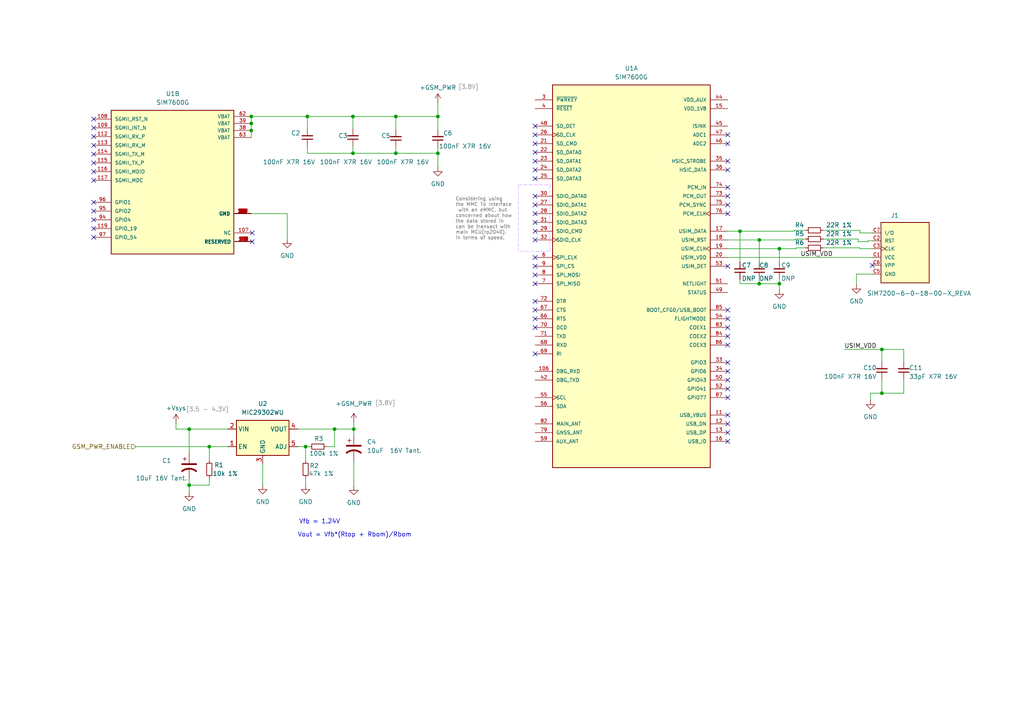
<source format=kicad_sch>
(kicad_sch (version 20231120) (generator "eeschema") (generator_version "8.0")
  (paper "A4")
  (lib_symbols
    (symbol "Device:C_Polarized_US" (pin_numbers hide) (pin_names (offset 0.254) hide)
      (property "Reference" "C" (at 0.635 2.54 0))
      (property "Value" "C_Polarized_US" (at 0.635 -2.54 0))
      (symbol "C_Polarized_US_0_1"
        (polyline (pts (xy -2.032 0.762) (xy 2.032 0.762)) (stroke (width 0.508)))
        (polyline (pts (xy -1.778 2.286) (xy -0.762 2.286)))
        (polyline (pts (xy -1.27 1.778) (xy -1.27 2.794)))
        (arc (start 2.032 -1.27) (mid 0 -0.5572) (end -2.032 -1.27) (stroke (width 0.508)))
      )
      (symbol "C_Polarized_US_1_1"
        (pin passive line (at 0 3.81 270) (length 2.794) (name "~") (number "1"))
        (pin passive line (at 0 -3.81 90) (length 3.302) (name "~") (number "2"))
      )
    )
    (symbol "Device:C_Small" (pin_numbers hide) (pin_names (offset 0.254) hide)
      (property "Reference" "C" (at 0.254 1.778 0))
      (property "Value" "C_Small" (at 0.254 -2.032 0))
      (symbol "C_Small_0_1"
        (polyline (pts (xy -1.524 -0.508) (xy 1.524 -0.508)) (stroke (width 0.3302)))
        (polyline (pts (xy -1.524 0.508) (xy 1.524 0.508)) (stroke (width 0.3048)))
      )
      (symbol "C_Small_1_1"
        (pin passive line (at 0 2.54 270) (length 2.032) (name "~") (number "1"))
        (pin passive line (at 0 -2.54 90) (length 2.032) (name "~") (number "2"))
      )
    )
    (symbol "Device:R_Small" (pin_numbers hide) (pin_names (offset 0.254) hide)
      (property "Reference" "R" (at 0.762 0.508 0))
      (property "Value" "R_Small" (at 0.762 -1.016 0))
      (symbol "R_Small_0_1"
        (rectangle (start -0.762 1.778) (end 0.762 -1.778) (stroke (width 0.2032)))
      )
      (symbol "R_Small_1_1"
        (pin passive line (at 0 2.54 270) (length 0.762) (name "~") (number "1"))
        (pin passive line (at 0 -2.54 90) (length 0.762) (name "~") (number "2"))
      )
    )
    (symbol "Regulator_Linear:MIC29302WU"
      (property "Reference" "U" (at -6.35 6.35 0))
      (property "Value" "MIC29302WU" (at 2.54 6.35 0))
      (symbol "MIC29302WU_1_1"
        (rectangle (start -7.62 5.08) (end 7.62 -5.08) (stroke (width 0.254)) (fill (type background)))
        (pin input line (at -10.16 -2.54 0) (length 2.54) (name "EN") (number "1"))
        (pin power_in line (at -10.16 2.54 0) (length 2.54) (name "VIN") (number "2"))
        (pin power_in line (at 0 -7.62 90) (length 2.54) (name "GND") (number "3"))
        (pin power_out line (at 10.16 2.54 180) (length 2.54) (name "VOUT") (number "4"))
        (pin input line (at 10.16 -2.54 180) (length 2.54) (name "ADJ") (number "5"))
      )
    )
    (symbol "SIM7200-6-0-18-00-X_REVA:SIM7200-6-0-18-00-X_REVA" (pin_names (offset 1.016))
      (property "Reference" "J" (at -7.6242 5.5911 0))
      (property "Value" "SIM7200-6-0-18-00-X_REVA" (at -7.874 -16.002 0))
      (symbol "SIM7200-6-0-18-00-X_REVA_0_0"
        (rectangle (start -7.62 5.08) (end 6.35 -12.446) (stroke (width 0.254)) (fill (type background)))
        (pin power_in line (at -10.16 -5.08 0) (length 2.54) (name "VCC") (number "C1"))
        (pin input line (at -10.16 -0.254 0) (length 2.54) (name "RST") (number "C2"))
        (pin bidirectional clock (at -10.16 -2.54 0) (length 2.54) (name "CLK") (number "C3"))
        (pin power_in line (at -10.16 -9.906 0) (length 2.54) (name "GND") (number "C5"))
        (pin power_in line (at -10.16 -7.366 0) (length 2.54) (name "VPP") (number "C6"))
        (pin bidirectional line (at -10.16 2.032 0) (length 2.54) (name "I/O") (number "C7"))
      )
    )
    (symbol "SIM7600G:SIM7600G" (pin_names (offset 1.016))
      (property "Reference" "U" (at -22.606 54.356 0))
      (property "Value" "SIM7600G" (at -22.86 -60.96 0))
      (symbol "SIM7600G_1_0"
        (rectangle (start -22.86 52.578) (end 22.86 -58.42) (stroke (width 0.254)) (fill (type background)))
        (pin input line (at -27.94 -30.48 0) (length 5.08) (name "DBG_RXD") (number "106"))
        (pin input line (at 27.94 -43.18 180) (length 5.08) (name "USB_VBUS") (number "11"))
        (pin bidirectional line (at 27.94 -45.72 180) (length 5.08) (name "USB_DN") (number "12"))
        (pin bidirectional line (at 27.94 -48.26 180) (length 5.08) (name "USB_DP") (number "13"))
        (pin output line (at 27.94 45.72 180) (length 5.08) (name "VDD_1V8") (number "15"))
        (pin input line (at 27.94 -50.8 180) (length 5.08) (name "USB_ID") (number "16"))
        (pin bidirectional line (at 27.94 10.16 180) (length 5.08) (name "USIM_DATA") (number "17"))
        (pin output line (at 27.94 7.62 180) (length 5.08) (name "USIM_RST") (number "18"))
        (pin output clock (at 27.94 5.08 180) (length 5.08) (name "USIM_CLK") (number "19"))
        (pin output line (at 27.94 2.54 180) (length 5.08) (name "USIM_VDD") (number "20"))
        (pin bidirectional line (at -27.94 35.56 0) (length 5.08) (name "SD_CMD") (number "21"))
        (pin bidirectional line (at -27.94 33.02 0) (length 5.08) (name "SD_DATA0") (number "22"))
        (pin bidirectional line (at -27.94 30.48 0) (length 5.08) (name "SD_DATA1") (number "23"))
        (pin bidirectional line (at -27.94 27.94 0) (length 5.08) (name "SD_DATA2") (number "24"))
        (pin bidirectional line (at -27.94 25.4 0) (length 5.08) (name "SD_DATA3") (number "25"))
        (pin output clock (at -27.94 38.1 0) (length 5.08) (name "SD_CLK") (number "26"))
        (pin bidirectional line (at -27.94 17.78 0) (length 5.08) (name "SDIO_DATA1") (number "27"))
        (pin bidirectional line (at -27.94 15.24 0) (length 5.08) (name "SDIO_DATA2") (number "28"))
        (pin bidirectional line (at -27.94 10.16 0) (length 5.08) (name "SDIO_CMD") (number "29"))
        (pin input line (at -27.94 48.26 0) (length 5.08) (name "~{PWRKEY}") (number "3"))
        (pin bidirectional line (at -27.94 20.32 0) (length 5.08) (name "SDIO_DATA0") (number "30"))
        (pin bidirectional line (at -27.94 12.7 0) (length 5.08) (name "SDIO_DATA3") (number "31"))
        (pin output clock (at -27.94 7.62 0) (length 5.08) (name "SDIO_CLK") (number "32"))
        (pin bidirectional line (at 27.94 -27.94 180) (length 5.08) (name "GPIO3") (number "33"))
        (pin bidirectional line (at 27.94 -30.48 180) (length 5.08) (name "GPIO6") (number "34"))
        (pin bidirectional line (at 27.94 30.48 180) (length 5.08) (name "HSIC_STROBE") (number "35"))
        (pin bidirectional line (at 27.94 27.94 180) (length 5.08) (name "HSIC_DATA") (number "36"))
        (pin input line (at -27.94 45.72 0) (length 5.08) (name "~{RESET}") (number "4"))
        (pin output line (at -27.94 -33.02 0) (length 5.08) (name "DBG_TXD") (number "42"))
        (pin output line (at 27.94 48.26 180) (length 5.08) (name "VDD_AUX") (number "44"))
        (pin input line (at 27.94 40.64 180) (length 5.08) (name "ISINK") (number "45"))
        (pin input line (at 27.94 35.56 180) (length 5.08) (name "ADC2") (number "46"))
        (pin input line (at 27.94 38.1 180) (length 5.08) (name "ADC1") (number "47"))
        (pin input line (at -27.94 40.64 0) (length 5.08) (name "SD_DET") (number "48"))
        (pin output line (at 27.94 -7.62 180) (length 5.08) (name "STATUS") (number "49"))
        (pin bidirectional line (at 27.94 -33.02 180) (length 5.08) (name "GPIO43") (number "50"))
        (pin output line (at 27.94 -5.08 180) (length 5.08) (name "NETLIGHT") (number "51"))
        (pin bidirectional line (at 27.94 -35.56 180) (length 5.08) (name "GPIO41") (number "52"))
        (pin bidirectional line (at 27.94 0 180) (length 5.08) (name "USIM_DET") (number "53"))
        (pin input line (at 27.94 -15.24 180) (length 5.08) (name "FLIGHTMODE") (number "54"))
        (pin output clock (at -27.94 -38.1 0) (length 5.08) (name "SCL") (number "55"))
        (pin bidirectional line (at -27.94 -40.64 0) (length 5.08) (name "SDA") (number "56"))
        (pin input line (at -27.94 -50.8 0) (length 5.08) (name "AUX_ANT") (number "59"))
        (pin output clock (at -27.94 2.54 0) (length 5.08) (name "SPI_CLK") (number "6"))
        (pin output line (at -27.94 -15.24 0) (length 5.08) (name "RTS") (number "66"))
        (pin input line (at -27.94 -12.7 0) (length 5.08) (name "CTS") (number "67"))
        (pin input line (at -27.94 -22.86 0) (length 5.08) (name "RXD") (number "68"))
        (pin output line (at -27.94 -25.4 0) (length 5.08) (name "RI") (number "69"))
        (pin input line (at -27.94 -5.08 0) (length 5.08) (name "SPI_MISO") (number "7"))
        (pin output line (at -27.94 -17.78 0) (length 5.08) (name "DCD") (number "70"))
        (pin output line (at -27.94 -20.32 0) (length 5.08) (name "TXD") (number "71"))
        (pin input line (at -27.94 -10.16 0) (length 5.08) (name "DTR") (number "72"))
        (pin output line (at 27.94 20.32 180) (length 5.08) (name "PCM_OUT") (number "73"))
        (pin input line (at 27.94 22.86 180) (length 5.08) (name "PCM_IN") (number "74"))
        (pin bidirectional line (at 27.94 17.78 180) (length 5.08) (name "PCM_SYNC") (number "75"))
        (pin bidirectional clock (at 27.94 15.24 180) (length 5.08) (name "PCM_CLK") (number "76"))
        (pin input line (at -27.94 -48.26 0) (length 5.08) (name "GNSS_ANT") (number "79"))
        (pin output line (at -27.94 -2.54 0) (length 5.08) (name "SPI_MOSI") (number "8"))
        (pin bidirectional line (at -27.94 -45.72 0) (length 5.08) (name "MAIN_ANT") (number "82"))
        (pin bidirectional line (at 27.94 -17.78 180) (length 5.08) (name "COEX1") (number "83"))
        (pin bidirectional line (at 27.94 -20.32 180) (length 5.08) (name "COEX2") (number "84"))
        (pin input line (at 27.94 -12.7 180) (length 5.08) (name "BOOT_CFG0/USB_BOOT") (number "85"))
        (pin bidirectional line (at 27.94 -22.86 180) (length 5.08) (name "COEX3") (number "86"))
        (pin bidirectional line (at 27.94 -38.1 180) (length 5.08) (name "GPIO77") (number "87"))
        (pin output line (at -27.94 0 0) (length 5.08) (name "SPI_CS") (number "9"))
      )
      (symbol "SIM7600G_2_0"
        (rectangle (start -17.78 12.7) (end 17.78 -28.956) (stroke (width 0.254)) (fill (type background)))
        (pin power_in line (at 22.86 -17.272 180) (length 5.08) (name "GND") (number "1"))
        (pin power_in line (at 22.86 -17.272 180) (length 5.08) (name "GND") (number "10"))
        (pin passive line (at 23.114 -25.4 180) (length 5.08) (name "RESERVED") (number "100"))
        (pin passive line (at 23.114 -25.4 180) (length 5.08) (name "RESERVED") (number "101"))
        (pin passive line (at 23.114 -25.4 180) (length 5.08) (name "RESERVED") (number "102"))
        (pin passive line (at 23.114 -25.4 180) (length 5.08) (name "RESERVED") (number "103"))
        (pin passive line (at 23.114 -25.4 180) (length 5.08) (name "RESERVED") (number "104"))
        (pin passive line (at 23.114 -25.4 180) (length 5.08) (name "RESERVED") (number "105"))
        (pin passive line (at 23.114 -22.86 180) (length 5.08) (name "NC") (number "107"))
        (pin bidirectional line (at -22.86 10.16 0) (length 5.08) (name "SGMII_RST_N") (number "108"))
        (pin bidirectional line (at -22.86 7.62 0) (length 5.08) (name "SGMII_INT_N") (number "109"))
        (pin power_in line (at 22.86 -17.272 180) (length 5.08) (name "GND") (number "110"))
        (pin passive line (at 23.114 -25.4 180) (length 5.08) (name "RESERVED") (number "111"))
        (pin bidirectional line (at -22.86 5.08 0) (length 5.08) (name "SGMII_RX_P") (number "112"))
        (pin bidirectional line (at -22.86 2.54 0) (length 5.08) (name "SGMII_RX_M") (number "113"))
        (pin bidirectional line (at -22.86 0 0) (length 5.08) (name "SGMII_TX_M") (number "114"))
        (pin bidirectional line (at -22.86 -2.54 0) (length 5.08) (name "SGMII_TX_P") (number "115"))
        (pin bidirectional line (at -22.86 -5.08 0) (length 5.08) (name "SGMII_MDIO") (number "116"))
        (pin bidirectional line (at -22.86 -7.62 0) (length 5.08) (name "SGMII_MDC") (number "117"))
        (pin power_in line (at 22.86 -17.272 180) (length 5.08) (name "GND") (number "118"))
        (pin bidirectional line (at -22.86 -21.59 0) (length 5.08) (name "GPIO_19") (number "119"))
        (pin power_in line (at 22.86 -17.272 180) (length 5.08) (name "GND") (number "120"))
        (pin power_in line (at 22.86 -17.272 180) (length 5.08) (name "GND") (number "121"))
        (pin power_in line (at 22.86 -17.272 180) (length 5.08) (name "GND") (number "122"))
        (pin power_in line (at 22.86 -17.272 180) (length 5.08) (name "GND") (number "123"))
        (pin power_in line (at 22.86 -17.272 180) (length 5.08) (name "GND") (number "124"))
        (pin power_in line (at 22.86 -17.272 180) (length 5.08) (name "GND") (number "125"))
        (pin power_in line (at 22.86 -17.272 180) (length 5.08) (name "GND") (number "126"))
        (pin power_in line (at 22.86 -17.272 180) (length 5.08) (name "GND") (number "127"))
        (pin power_in line (at 22.86 -17.272 180) (length 5.08) (name "GND") (number "128"))
        (pin power_in line (at 22.86 -17.272 180) (length 5.08) (name "GND") (number "129"))
        (pin power_in line (at 22.86 -17.272 180) (length 5.08) (name "GND") (number "130"))
        (pin power_in line (at 22.86 -17.272 180) (length 5.08) (name "GND") (number "131"))
        (pin power_in line (at 22.86 -17.272 180) (length 5.08) (name "GND") (number "132"))
        (pin power_in line (at 22.86 -17.272 180) (length 5.08) (name "GND") (number "133"))
        (pin power_in line (at 22.86 -17.272 180) (length 5.08) (name "GND") (number "134"))
        (pin power_in line (at 22.86 -17.272 180) (length 5.08) (name "GND") (number "135"))
        (pin power_in line (at 22.86 -17.272 180) (length 5.08) (name "GND") (number "14"))
        (pin power_in line (at 22.86 -17.272 180) (length 5.08) (name "GND") (number "2"))
        (pin power_in line (at 22.86 -17.272 180) (length 5.08) (name "GND") (number "37"))
        (pin power_in line (at 22.86 6.858 180) (length 5.08) (name "VBAT") (number "38"))
        (pin power_in line (at 22.86 8.89 180) (length 5.08) (name "VBAT") (number "39"))
        (pin power_in line (at 22.86 -17.272 180) (length 5.08) (name "GND") (number "40"))
        (pin power_in line (at 22.86 -17.272 180) (length 5.08) (name "GND") (number "41"))
        (pin power_in line (at 22.86 -17.272 180) (length 5.08) (name "GND") (number "43"))
        (pin power_in line (at 22.86 -17.272 180) (length 5.08) (name "GND") (number "5"))
        (pin power_in line (at 22.86 -17.272 180) (length 5.08) (name "GND") (number "57"))
        (pin power_in line (at 22.86 -17.272 180) (length 5.08) (name "GND") (number "58"))
        (pin power_in line (at 22.86 -17.272 180) (length 5.08) (name "GND") (number "60"))
        (pin power_in line (at 22.86 -17.272 180) (length 5.08) (name "GND") (number "61"))
        (pin power_in line (at 22.86 10.922 180) (length 5.08) (name "VBAT") (number "62"))
        (pin power_in line (at 22.86 4.826 180) (length 5.08) (name "VBAT") (number "63"))
        (pin power_in line (at 22.86 -17.272 180) (length 5.08) (name "GND") (number "64"))
        (pin power_in line (at 22.86 -17.272 180) (length 5.08) (name "GND") (number "65"))
        (pin power_in line (at 22.86 -17.272 180) (length 5.08) (name "GND") (number "77"))
        (pin power_in line (at 22.86 -17.272 180) (length 5.08) (name "GND") (number "78"))
        (pin power_in line (at 22.86 -17.272 180) (length 5.08) (name "GND") (number "80"))
        (pin power_in line (at 22.86 -17.272 180) (length 5.08) (name "GND") (number "81"))
        (pin passive line (at 23.114 -25.4 180) (length 5.08) (name "RESERVED") (number "88"))
        (pin passive line (at 23.114 -25.4 180) (length 5.08) (name "RESERVED") (number "89"))
        (pin passive line (at 23.114 -25.4 180) (length 5.08) (name "RESERVED") (number "90"))
        (pin passive line (at 23.114 -25.4 180) (length 5.08) (name "RESERVED") (number "91"))
        (pin passive line (at 23.114 -25.4 180) (length 5.08) (name "RESERVED") (number "92"))
        (pin power_in line (at 22.86 -17.272 180) (length 5.08) (name "GND") (number "93"))
        (pin bidirectional line (at -22.86 -19.05 0) (length 5.08) (name "GPIO4") (number "94"))
        (pin bidirectional line (at -22.86 -16.51 0) (length 5.08) (name "GPIO2") (number "95"))
        (pin bidirectional line (at -22.86 -13.97 0) (length 5.08) (name "GPIO1") (number "96"))
        (pin bidirectional line (at -22.86 -24.13 0) (length 5.08) (name "GPIO_54") (number "97"))
        (pin power_in line (at 22.86 -17.272 180) (length 5.08) (name "GND") (number "98"))
        (pin passive line (at 23.114 -25.4 180) (length 5.08) (name "RESERVED") (number "99"))
      )
    )
    (symbol "power:GND" (power) (pin_numbers hide) (pin_names (offset 0) hide)
      (property "Value" "GND" (at 0 -3.81 0))
      (symbol "GND_0_1"
        (polyline (pts (xy 0 0) (xy 0 -1.27) (xy 1.27 -1.27) (xy 0 -2.54) (xy -1.27 -1.27) (xy 0 -1.27)))
      )
      (symbol "GND_1_1"
        (pin power_in line (at 0 0 270) (length 0) (name "~") (number "1"))
      )
    )
    (symbol "power:VCC" (power) (pin_numbers hide) (pin_names (offset 0) hide)
      (property "Value" "VCC" (at 0 3.556 0))
      (symbol "VCC_0_1"
        (polyline (pts (xy -0.762 1.27) (xy 0 2.54)))
        (polyline (pts (xy 0 0) (xy 0 2.54)))
        (polyline (pts (xy 0 2.54) (xy 0.762 1.27)))
      )
      (symbol "VCC_1_1"
        (pin power_in line (at 0 0 90) (length 0) (name "~") (number "1"))
      )
    )
  )
  (junction (at 102.616 124.46))
  (junction (at 127 44.45))
  (junction (at 60.706 129.54))
  (junction (at 255.778 101.346))
  (junction (at 214.63 67.056))
  (junction (at 226.06 82.296))
  (junction (at 54.864 124.46))
  (junction (at 97.028 124.46))
  (junction (at 72.898 33.782))
  (junction (at 114.808 33.782))
  (junction (at 255.778 114.046))
  (junction (at 54.864 140.716))
  (junction (at 114.808 44.45))
  (junction (at 89.154 33.782))
  (junction (at 127 33.782))
  (junction (at 220.218 69.596))
  (junction (at 72.898 35.814))
  (junction (at 226.06 72.136))
  (junction (at 102.362 33.782))
  (junction (at 88.646 129.54))
  (junction (at 102.362 44.45))
  (junction (at 220.218 82.296))
  (junction (at 72.898 37.846))
  (no_connect (at 155.194 61.976))
  (no_connect (at 155.194 44.196))
  (no_connect (at 155.194 77.216))
  (no_connect (at 27.178 66.294))
  (no_connect (at 211.074 92.456))
  (no_connect (at 211.074 100.076))
  (no_connect (at 27.178 44.704))
  (no_connect (at 27.178 37.084))
  (no_connect (at 27.178 52.324))
  (no_connect (at 155.194 39.116))
  (no_connect (at 155.194 87.376))
  (no_connect (at 211.074 41.656))
  (no_connect (at 155.194 49.276))
  (no_connect (at 73.152 70.104))
  (no_connect (at 211.074 128.016))
  (no_connect (at 211.074 112.776))
  (no_connect (at 211.074 122.936))
  (no_connect (at 211.074 97.536))
  (no_connect (at 27.178 39.624))
  (no_connect (at 211.074 125.476))
  (no_connect (at 252.984 76.962))
  (no_connect (at 211.074 105.156))
  (no_connect (at 27.178 49.784))
  (no_connect (at 155.194 59.436))
  (no_connect (at 27.178 34.544))
  (no_connect (at 211.074 59.436))
  (no_connect (at 155.194 92.456))
  (no_connect (at 211.074 120.396))
  (no_connect (at 155.194 56.896))
  (no_connect (at 27.178 42.164))
  (no_connect (at 155.194 51.816))
  (no_connect (at 155.194 46.736))
  (no_connect (at 211.074 56.896))
  (no_connect (at 155.194 94.996))
  (no_connect (at 155.194 82.296))
  (no_connect (at 211.074 39.116))
  (no_connect (at 155.194 41.656))
  (no_connect (at 211.074 107.696))
  (no_connect (at 155.194 64.516))
  (no_connect (at 155.194 67.056))
  (no_connect (at 155.194 89.916))
  (no_connect (at 211.074 61.976))
  (no_connect (at 73.152 67.564))
  (no_connect (at 211.074 49.276))
  (no_connect (at 211.074 89.916))
  (no_connect (at 155.194 102.616))
  (no_connect (at 155.194 74.676))
  (no_connect (at 27.178 63.754))
  (no_connect (at 155.194 79.756))
  (no_connect (at 27.178 58.674))
  (no_connect (at 211.074 46.736))
  (no_connect (at 211.074 110.236))
  (no_connect (at 211.074 115.316))
  (no_connect (at 27.178 68.834))
  (no_connect (at 27.178 61.214))
  (no_connect (at 211.074 54.356))
  (no_connect (at 211.074 77.216))
  (no_connect (at 27.178 47.244))
  (no_connect (at 155.194 36.576))
  (no_connect (at 211.074 94.996))
  (no_connect (at 155.194 69.596))
  (wire (pts (xy 72.898 33.782) (xy 72.898 35.814)))
  (wire (pts (xy 89.154 33.782) (xy 89.154 37.338)))
  (wire (pts (xy 248.92 70.104) (xy 248.92 69.342)))
  (wire (pts (xy 102.616 124.46) (xy 102.616 126.238)))
  (wire (pts (xy 233.68 71.882) (xy 230.886 71.882)))
  (wire (pts (xy 220.218 81.026) (xy 220.218 82.296)))
  (wire (pts (xy 89.154 42.418) (xy 89.154 44.45)))
  (wire (pts (xy 88.646 138.684) (xy 88.646 140.716)))
  (wire (pts (xy 54.864 142.748) (xy 54.864 140.716)))
  (wire (pts (xy 60.706 129.54) (xy 60.706 133.604)))
  (wire (pts (xy 102.362 33.782) (xy 102.362 37.338)))
  (wire (pts (xy 97.028 129.54) (xy 97.028 124.46)))
  (wire (pts (xy 226.06 84.074) (xy 226.06 82.296)))
  (wire (pts (xy 214.63 67.056) (xy 230.378 67.056)))
  (wire (pts (xy 262.128 101.346) (xy 262.128 104.902)))
  (wire (pts (xy 214.63 67.056) (xy 211.074 67.056)))
  (wire (pts (xy 72.898 61.976) (xy 83.312 61.976)))
  (wire (pts (xy 233.68 69.342) (xy 230.632 69.342)))
  (wire (pts (xy 249.428 72.136) (xy 252.984 72.136)))
  (wire (pts (xy 251.714 69.85) (xy 251.714 70.104)))
  (wire (pts (xy 249.428 67.564) (xy 252.984 67.564)))
  (wire (pts (xy 214.63 82.296) (xy 220.218 82.296)))
  (wire (pts (xy 238.76 71.882) (xy 249.428 71.882)))
  (wire (pts (xy 114.808 33.782) (xy 127 33.782)))
  (wire (pts (xy 89.662 129.54) (xy 88.646 129.54)))
  (wire (pts (xy 66.04 124.46) (xy 54.864 124.46)))
  (wire (pts (xy 127 42.672) (xy 127 44.45)))
  (wire (pts (xy 211.074 74.676) (xy 252.984 74.676)))
  (wire (pts (xy 226.06 75.946) (xy 226.06 72.136)))
  (wire (pts (xy 230.632 69.342) (xy 230.632 69.596)))
  (wire (pts (xy 214.63 81.026) (xy 214.63 82.296)))
  (wire (pts (xy 244.856 101.346) (xy 255.778 101.346)))
  (wire (pts (xy 88.646 129.54) (xy 88.646 133.604)))
  (wire (pts (xy 249.428 72.136) (xy 249.428 71.882)))
  (wire (pts (xy 262.128 114.046) (xy 262.128 109.982)))
  (wire (pts (xy 226.06 82.296) (xy 226.06 81.026)))
  (wire (pts (xy 86.36 124.46) (xy 97.028 124.46)))
  (wire (pts (xy 248.412 79.502) (xy 252.984 79.502)))
  (wire (pts (xy 94.742 129.54) (xy 97.028 129.54)))
  (wire (pts (xy 102.362 33.782) (xy 114.808 33.782)))
  (wire (pts (xy 114.808 44.45) (xy 127 44.45)))
  (wire (pts (xy 233.68 66.802) (xy 230.378 66.802)))
  (wire (pts (xy 220.218 69.596) (xy 230.632 69.596)))
  (wire (pts (xy 72.898 33.782) (xy 89.154 33.782)))
  (wire (pts (xy 83.312 61.976) (xy 83.312 69.342)))
  (wire (pts (xy 88.646 129.54) (xy 86.36 129.54)))
  (wire (pts (xy 252.476 116.078) (xy 252.476 114.046)))
  (wire (pts (xy 51.054 124.46) (xy 51.054 122.682)))
  (wire (pts (xy 60.706 138.684) (xy 60.706 140.716)))
  (wire (pts (xy 102.616 133.858) (xy 102.616 140.97)))
  (wire (pts (xy 54.864 124.46) (xy 54.864 131.572)))
  (wire (pts (xy 72.898 37.846) (xy 72.898 39.878)))
  (wire (pts (xy 214.63 67.056) (xy 214.63 75.946)))
  (wire (pts (xy 248.92 70.104) (xy 251.714 70.104)))
  (wire (pts (xy 255.778 109.982) (xy 255.778 114.046)))
  (wire (pts (xy 127 44.45) (xy 127 48.514)))
  (wire (pts (xy 255.778 104.902) (xy 255.778 101.346)))
  (wire (pts (xy 89.154 44.45) (xy 102.362 44.45)))
  (wire (pts (xy 255.778 101.346) (xy 262.128 101.346)))
  (wire (pts (xy 54.864 140.716) (xy 54.864 139.192)))
  (wire (pts (xy 102.362 42.418) (xy 102.362 44.45)))
  (wire (pts (xy 102.616 122.428) (xy 102.616 124.46)))
  (wire (pts (xy 248.412 82.55) (xy 248.412 79.502)))
  (wire (pts (xy 249.428 67.564) (xy 249.428 66.802)))
  (wire (pts (xy 248.92 69.342) (xy 238.76 69.342)))
  (wire (pts (xy 255.778 114.046) (xy 262.128 114.046)))
  (wire (pts (xy 72.898 35.814) (xy 72.898 37.846)))
  (wire (pts (xy 249.428 66.802) (xy 238.76 66.802)))
  (wire (pts (xy 102.362 44.45) (xy 114.808 44.45)))
  (wire (pts (xy 127 29.718) (xy 127 33.782)))
  (wire (pts (xy 220.218 69.596) (xy 220.218 75.946)))
  (wire (pts (xy 54.864 140.716) (xy 60.706 140.716)))
  (wire (pts (xy 127 33.782) (xy 127 37.592)))
  (wire (pts (xy 251.714 69.85) (xy 252.984 69.85)))
  (wire (pts (xy 114.808 33.782) (xy 114.808 37.592)))
  (wire (pts (xy 39.37 129.54) (xy 60.706 129.54)))
  (wire (pts (xy 220.218 69.596) (xy 211.074 69.596)))
  (wire (pts (xy 211.074 72.136) (xy 226.06 72.136)))
  (wire (pts (xy 230.886 71.882) (xy 230.886 72.136)))
  (wire (pts (xy 97.028 124.46) (xy 102.616 124.46)))
  (wire (pts (xy 226.06 72.136) (xy 230.886 72.136)))
  (wire (pts (xy 89.154 33.782) (xy 102.362 33.782)))
  (wire (pts (xy 76.2 134.62) (xy 76.2 140.716)))
  (wire (pts (xy 230.378 66.802) (xy 230.378 67.056)))
  (wire (pts (xy 252.476 114.046) (xy 255.778 114.046)))
  (wire (pts (xy 51.054 124.46) (xy 54.864 124.46)))
  (wire (pts (xy 114.808 42.672) (xy 114.808 44.45)))
  (wire (pts (xy 60.706 129.54) (xy 66.04 129.54)))
  (wire (pts (xy 220.218 82.296) (xy 226.06 82.296)))
  (rectangle (start 150.368 53.594) (end 159.512 72.898) (stroke (width 0.1) (type dash) (color 206 122 255 1)))
  (text "Considering using \nthe MMC To Interface\n with an eMMC, but \nconcerned about how \nthe data stored in \ncan be transact with \nmain MCU(rp2040), \nin terms of speed." (at 132.08 63.5 0) (effects (font (size 1 1)) (justify left)))
  (text "[3.8V]" (at 111.76 117.094 0) (effects (font (size 1.27 1.27))))
  (text "Vfb = 1.24V" (at 92.71 151.384 0) (effects (font (size 1.27 1.27))))
  (text "[3.5 - 4.3V]" (at 60.1664 118.9239 0) (effects (font (size 1.27 1.27))))
  (text "Vout = Vfb*(Rtop + Rbom)/Rbom\n" (at 102.87 155.194 0) (effects (font (size 1.27 1.27))))
  (text "[3.8V]" (at 135.89 25.4 0) (effects (font (size 1.27 1.27))))
  (label "USIM_VDD" (at 244.856 101.346 0))
  (label "USIM_VDD" (at 232.156 74.676 0))
  (hierarchical_label "GSM_PWR_ENABLE" (shape input) (at 39.37 129.54 180))
  (symbol (lib_id "power:VCC") (at 127 29.718 0) (unit 1)
    (property "Reference" "#PWR08" (effects (hide yes)))
    (property "Value" "+GSM_PWR" (at 127 25.4 0))
    (property "Description" "Power symbol creates a global label with name \"VCC\"" (effects (hide yes)))
  )
  (symbol (lib_id "Device:R_Small") (at 88.646 136.144 180) (unit 1)
    (property "Reference" "R2" (at 91.1286 135.0966 0))
    (property "Value" "47k 1%" (at 93.145 137.3582 0))
    (property "Description" "Resistor, small symbol" (effects (hide yes)))
  )
  (symbol (lib_id "Device:R_Small") (at 60.706 136.144 180) (unit 1)
    (property "Reference" "R1" (at 63.5 134.874 0))
    (property "Value" "10k 1%" (at 65.3255 137.3582 0))
    (property "Description" "Resistor, small symbol" (effects (hide yes)))
  )
  (symbol (lib_id "SIM7600G:SIM7600G") (at 50.038 44.704 0) (unit 2)
    (property "Reference" "U1" (at 50.1015 27.178 0))
    (property "Value" "SIM7600G" (at 50.1015 29.718 0))
    (property "Footprint" "SIM7600G:IC_SIM7600G" (effects (hide yes)))
    (property "Description" "LTE Cat-4 Module" (effects (hide yes)))
    (property "MF" "Simcom" (effects (hide yes)))
    (property "PACKAGE" "Package Analog Devices" (effects (hide yes)))
    (property "PRICE" "None" (effects (hide yes)))
    (property "Package" "Package" (effects (hide yes)))
    (property "Check_prices" "https://www.snapeda.com/parts/SIM7600G/SIMcom+Wireless+solutions+Co.%252CLtd/view-part/?ref=eda" (effects (hide yes)))
    (property "Price" "None" (effects (hide yes)))
    (property "SnapEDA_Link" "https://www.snapeda.com/parts/SIM7600G/SIMcom+Wireless+solutions+Co.%252CLtd/view-part/?ref=snap" (effects (hide yes)))
    (property "MP" "SIM7600G" (effects (hide yes)))
    (property "Availability" "Not in stock" (effects (hide yes)))
    (property "AVAILABILITY" "Unavailable" (effects (hide yes)))
    (property "Description_1" "\nCellular EDGE, GPRS, GSM, HSPA+, LTE Transceiver Module 850MHz, 900MHz, 1.8GHz, 1.9GHz Antenna Not Included Surface Mount\n" (effects (hide yes)))
  )
  (symbol (lib_id "power:GND") (at 88.646 140.716 0) (unit 1)
    (property "Reference" "#PWR05" (effects (hide yes)))
    (property "Value" "GND" (at 88.646 145.542 0))
    (property "Description" "Power symbol creates a global label with name \"GND\" , ground" (effects (hide yes)))
  )
  (symbol (lib_id "Device:C_Small") (at 255.778 107.442 0) (mirror x) (unit 1)
    (property "Reference" "C10" (at 254.254 106.68 0) (effects (justify right)))
    (property "Value" "100nF X7R 16V" (at 254.254 109.22 0) (effects (justify right)))
    (property "Description" "Unpolarized capacitor, small symbol" (effects (hide yes)))
  )
  (symbol (lib_id "Device:C_Small") (at 102.362 39.878 0) (mirror x) (unit 1)
    (property "Reference" "C3" (at 100.838 39.37 0) (effects (justify right)))
    (property "Value" "100nF X7R 16V" (at 107.95 46.99 0) (effects (justify right)))
    (property "Description" "Unpolarized capacitor, small symbol" (effects (hide yes)))
  )
  (symbol (lib_id "Device:R_Small") (at 236.22 69.342 90) (unit 1)
    (property "Reference" "R5" (at 231.902 67.818 90))
    (property "Value" "22R 1%" (at 243.332 67.818 90))
    (property "Description" "Resistor, small symbol" (effects (hide yes)))
  )
  (symbol (lib_id "power:GND") (at 76.2 140.716 0) (unit 1)
    (property "Reference" "#PWR03" (effects (hide yes)))
    (property "Value" "GND" (at 76.2 145.542 0))
    (property "Description" "Power symbol creates a global label with name \"GND\" , ground" (effects (hide yes)))
  )
  (symbol (lib_id "SIM7600G:SIM7600G") (at 183.134 77.216 0) (unit 1)
    (property "Reference" "U1" (at 183.134 19.812 0))
    (property "Value" "SIM7600G" (at 183.134 22.352 0))
    (property "Footprint" "SIM7600G:IC_SIM7600G" (effects (hide yes)))
    (property "Description" "LTE Cat-4 Module" (effects (hide yes)))
    (property "MF" "Simcom" (effects (hide yes)))
    (property "PACKAGE" "Package Analog Devices" (effects (hide yes)))
    (property "PRICE" "None" (effects (hide yes)))
    (property "Package" "Package" (effects (hide yes)))
    (property "Check_prices" "https://www.snapeda.com/parts/SIM7600G/SIMcom+Wireless+solutions+Co.%252CLtd/view-part/?ref=eda" (effects (hide yes)))
    (property "Price" "None" (effects (hide yes)))
    (property "SnapEDA_Link" "https://www.snapeda.com/parts/SIM7600G/SIMcom+Wireless+solutions+Co.%252CLtd/view-part/?ref=snap" (effects (hide yes)))
    (property "MP" "SIM7600G" (effects (hide yes)))
    (property "Availability" "Not in stock" (effects (hide yes)))
    (property "AVAILABILITY" "Unavailable" (effects (hide yes)))
    (property "Description_1" "\nCellular EDGE, GPRS, GSM, HSPA+, LTE Transceiver Module 850MHz, 900MHz, 1.8GHz, 1.9GHz Antenna Not Included Surface Mount\n" (effects (hide yes)))
  )
  (symbol (lib_id "power:GND") (at 54.864 142.748 0) (unit 1)
    (property "Reference" "#PWR02" (effects (hide yes)))
    (property "Value" "GND" (at 54.864 147.574 0))
    (property "Description" "Power symbol creates a global label with name \"GND\" , ground" (effects (hide yes)))
  )
  (symbol (lib_id "Device:R_Small") (at 236.22 66.802 90) (unit 1)
    (property "Reference" "R4" (at 231.902 65.278 90))
    (property "Value" "22R 1%" (at 243.332 65.278 90))
    (property "Description" "Resistor, small symbol" (effects (hide yes)))
  )
  (symbol (lib_id "Regulator_Linear:MIC29302WU") (at 76.2 127 0) (unit 1)
    (property "Reference" "U2" (at 76.2 117.094 0))
    (property "Value" "MIC29302WU" (at 76.2 119.634 0))
    (property "Footprint" "Package_TO_SOT_SMD:TO-263-5_TabPin3" (effects (hide yes)))
    (property "Datasheet" "http://ww1.microchip.com/downloads/en/devicedoc/20005685a.pdf" (effects (hide yes)))
    (property "Description" "3A low dropout linear regulator, adjustable output, TO-263" (effects (hide yes)))
  )
  (symbol (lib_id "Device:C_Small") (at 114.808 40.132 0) (mirror x) (unit 1)
    (property "Reference" "C5" (at 113.284 39.37 0) (effects (justify right)))
    (property "Value" "100nF X7R 16V" (at 124.46 46.99 0) (effects (justify right)))
    (property "Description" "Unpolarized capacitor, small symbol" (effects (hide yes)))
  )
  (symbol (lib_id "power:VCC") (at 51.054 122.682 0) (unit 1)
    (property "Reference" "#PWR01" (effects (hide yes)))
    (property "Value" "+Vsys" (at 51.054 118.364 0))
    (property "Description" "Power symbol creates a global label with name \"VCC\"" (effects (hide yes)))
  )
  (symbol (lib_id "power:GND") (at 127 48.514 0) (unit 1)
    (property "Reference" "#PWR09" (effects (hide yes)))
    (property "Value" "GND" (at 127 53.34 0))
    (property "Description" "Power symbol creates a global label with name \"GND\" , ground" (effects (hide yes)))
  )
  (symbol (lib_id "Device:C_Small") (at 226.06 78.486 180) (unit 1)
    (property "Reference" "C9" (at 226.568 76.962 0) (effects (justify right)))
    (property "Value" "DNP" (at 226.568 80.772 0) (effects (justify right)))
    (property "Description" "Unpolarized capacitor, small symbol" (effects (hide yes)))
  )
  (symbol (lib_id "Device:C_Small") (at 127 40.132 180) (unit 1)
    (property "Reference" "C6" (at 128.524 38.608 0) (effects (justify right)))
    (property "Value" "100nF X7R 16V" (at 127.254 42.418 0) (effects (justify right)))
    (property "Description" "Unpolarized capacitor, small symbol" (effects (hide yes)))
  )
  (symbol (lib_id "Device:C_Small") (at 89.154 39.878 0) (mirror x) (unit 1)
    (property "Reference" "C2" (at 87.122 38.6015 0) (effects (justify right)))
    (property "Value" "100nF X7R 16V" (at 91.44 46.99 0) (effects (justify right)))
    (property "Description" "Unpolarized capacitor, small symbol" (effects (hide yes)))
  )
  (symbol (lib_id "power:VCC") (at 102.616 122.428 0) (unit 1)
    (property "Reference" "#PWR06" (effects (hide yes)))
    (property "Value" "+GSM_PWR" (at 102.616 117.094 0))
    (property "Description" "Power symbol creates a global label with name \"VCC\"" (effects (hide yes)))
  )
  (symbol (lib_id "Device:C_Small") (at 220.218 78.486 180) (unit 1)
    (property "Reference" "C8" (at 220.218 76.962 0) (effects (justify right)))
    (property "Value" "DNP" (at 220.218 80.772 0) (effects (justify right)))
    (property "Description" "Unpolarized capacitor, small symbol" (effects (hide yes)))
  )
  (symbol (lib_id "Device:C_Polarized_US") (at 102.616 130.048 0) (unit 1)
    (property "Reference" "C4" (at 106.426 128.1429 0) (effects (justify left)))
    (property "Value" "10uF  16V Tant." (at 106.426 130.6829 0) (effects (justify left)))
    (property "Description" "Polarized capacitor, US symbol" (effects (hide yes)))
  )
  (symbol (lib_id "power:GND") (at 248.412 82.55 0) (unit 1)
    (property "Reference" "#PWR011" (effects (hide yes)))
    (property "Value" "GND" (at 248.412 87.376 0))
    (property "Description" "Power symbol creates a global label with name \"GND\" , ground" (effects (hide yes)))
  )
  (symbol (lib_id "Device:R_Small") (at 92.202 129.54 270) (unit 1)
    (property "Reference" "R3" (at 92.456 127.254 90))
    (property "Value" "100k 1%" (at 93.9352 131.5272 90))
    (property "Description" "Resistor, small symbol" (effects (hide yes)))
  )
  (symbol (lib_id "Device:C_Small") (at 262.128 107.442 180) (unit 1)
    (property "Reference" "C11" (at 263.652 106.68 0) (effects (justify right)))
    (property "Value" "33pF X7R 16V" (at 263.652 109.22 0) (effects (justify right)))
    (property "Description" "Unpolarized capacitor, small symbol" (effects (hide yes)))
  )
  (symbol (lib_id "Device:C_Polarized_US") (at 54.864 135.382 0) (unit 1)
    (property "Reference" "C1" (at 46.99 133.604 0) (effects (justify left)))
    (property "Value" "10uF 16V Tant." (at 39.37 138.684 0) (effects (justify left)))
    (property "Description" "Polarized capacitor, US symbol" (effects (hide yes)))
  )
  (symbol (lib_id "Device:C_Small") (at 214.63 78.486 180) (unit 1)
    (property "Reference" "C7" (at 215.138 76.962 0) (effects (justify right)))
    (property "Value" "DNP" (at 215.138 80.772 0) (effects (justify right)))
    (property "Description" "Unpolarized capacitor, small symbol" (effects (hide yes)))
  )
  (symbol (lib_id "SIM7200-6-0-18-00-X_REVA:SIM7200-6-0-18-00-X_REVA") (at 263.144 69.596 0) (unit 1)
    (property "Reference" "J1" (at 258.318 62.484 0) (effects (justify left)))
    (property "Value" "SIM7200-6-0-18-00-X_REVA" (at 251.46 85.09 0) (effects (justify left)))
    (property "Footprint" "SIM7200-6-0-18-00-X_REVA:GCT_SIM7200-6-0-18-00-X_REVA" (effects (hide yes)))
    (property "MF" "Global Connector Technology" (effects (hide yes)))
    (property "Description_1" "\n6 Position Card Connector Micro SIM Surface Mount, Right Angle Gold\n" (effects (hide yes)))
    (property "Package" "None" (effects (hide yes)))
    (property "Price" "None" (effects (hide yes)))
    (property "Check_prices" "https://www.snapeda.com/parts/SIM7200-6-0-18-00-A/Global+Connector+Technology/view-part/?ref=eda" (effects (hide yes)))
    (property "SnapEDA_Link" "https://www.snapeda.com/parts/SIM7200-6-0-18-00-A/Global+Connector+Technology/view-part/?ref=snap" (effects (hide yes)))
    (property "MP" "SIM7200-6-0-18-00-A" (effects (hide yes)))
    (property "Purchase-URL" "https://www.snapeda.com/api/url_track_click_mouser/?unipart_id=812977&manufacturer=Global Connector Technology&part_name=SIM7200-6-0-18-00-A&search_term=None" (effects (hide yes)))
    (property "Availability" "In Stock" (effects (hide yes)))
    (property "MANUFACTURER" "GCT" (effects (hide yes)))
  )
  (symbol (lib_id "power:GND") (at 102.616 140.97 0) (unit 1)
    (property "Reference" "#PWR07" (effects (hide yes)))
    (property "Value" "GND" (at 102.616 145.796 0))
    (property "Description" "Power symbol creates a global label with name \"GND\" , ground" (effects (hide yes)))
  )
  (symbol (lib_id "power:GND") (at 83.312 69.342 0) (unit 1)
    (property "Reference" "#PWR04" (effects (hide yes)))
    (property "Value" "GND" (at 83.312 74.168 0))
    (property "Description" "Power symbol creates a global label with name \"GND\" , ground" (effects (hide yes)))
  )
  (symbol (lib_id "power:GND") (at 226.06 84.074 0) (unit 1)
    (property "Reference" "#PWR010" (effects (hide yes)))
    (property "Value" "GND" (at 226.06 88.9 0))
    (property "Description" "Power symbol creates a global label with name \"GND\" , ground" (effects (hide yes)))
  )
  (symbol (lib_id "power:GND") (at 252.476 116.078 0) (unit 1)
    (property "Reference" "#PWR012" (effects (hide yes)))
    (property "Value" "GND" (at 252.476 120.904 0))
    (property "Description" "Power symbol creates a global label with name \"GND\" , ground" (effects (hide yes)))
  )
  (symbol (lib_id "Device:R_Small") (at 236.22 71.882 90) (unit 1)
    (property "Reference" "R6" (at 231.902 70.358 90))
    (property "Value" "22R 1%" (at 243.332 70.358 90))
    (property "Description" "Resistor, small symbol" (effects (hide yes)))
  )
)
</source>
